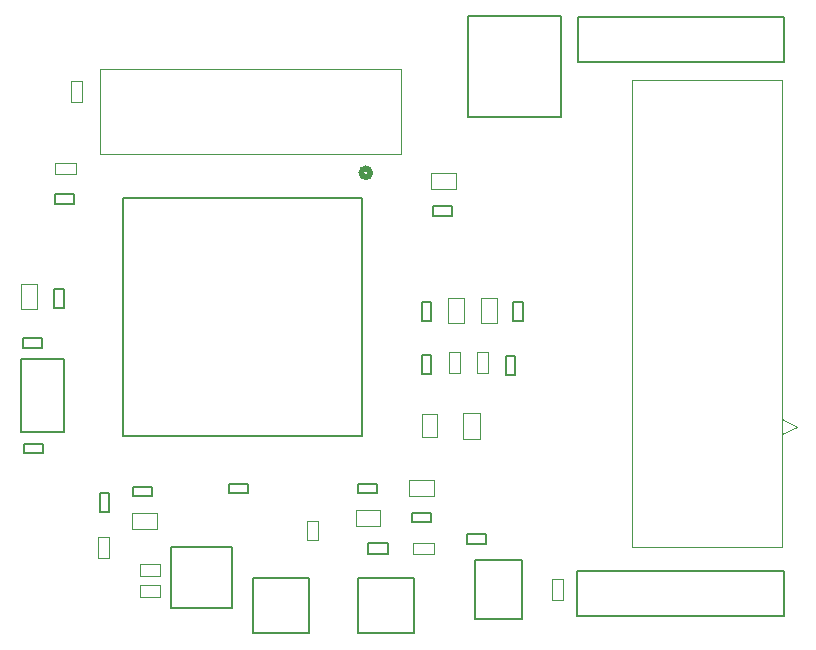
<source format=gbr>
G04*
G04 #@! TF.GenerationSoftware,Altium Limited,Altium Designer,25.1.2 (22)*
G04*
G04 Layer_Color=16711935*
%FSLAX25Y25*%
%MOIN*%
G70*
G04*
G04 #@! TF.SameCoordinates,306FC79E-9B49-4897-B38B-A4FC230E2DB4*
G04*
G04*
G04 #@! TF.FilePolarity,Positive*
G04*
G01*
G75*
%ADD10C,0.02000*%
%ADD14C,0.00787*%
%ADD81C,0.00394*%
%ADD84C,0.00100*%
D10*
X520796Y424797D02*
G03*
X520796Y424797I-1500J0D01*
G01*
D14*
X438445Y336918D02*
Y416446D01*
Y336918D02*
X517972D01*
Y416446D01*
X438445D02*
X517972D01*
X553295Y443438D02*
X584240D01*
X553295D02*
Y476902D01*
X584240D01*
Y443438D02*
Y476902D01*
X555665Y276157D02*
Y295843D01*
Y276157D02*
X571335D01*
Y295843D01*
X555665D02*
X571335D01*
X589945Y461701D02*
X658843D01*
X589945D02*
Y476661D01*
X658843D01*
Y461701D02*
Y476661D01*
X454250Y279842D02*
Y300157D01*
Y279842D02*
X474750D01*
Y300157D01*
X454250D02*
X474750D01*
X658685Y277201D02*
Y292161D01*
X589787D02*
X658685D01*
X589787Y277201D02*
Y292161D01*
Y277201D02*
X658685Y277201D01*
X553143Y301217D02*
Y304366D01*
Y301217D02*
X559442D01*
Y304366D01*
X553143D02*
X559442D01*
X516551Y271280D02*
Y289784D01*
Y271280D02*
X535449D01*
Y289784D01*
X516551D02*
X535449D01*
X481551Y271280D02*
Y289784D01*
Y271280D02*
X500449D01*
Y289784D01*
X481551D02*
X500449D01*
X540991Y308236D02*
Y311385D01*
X534692D02*
X540991D01*
X534692Y308236D02*
Y311385D01*
Y308236D02*
X540991D01*
X520154Y301272D02*
X526847D01*
Y297728D02*
Y301272D01*
X520154Y297728D02*
X526847D01*
X520154D02*
Y301272D01*
X569075Y357350D02*
Y363650D01*
X565925Y357350D02*
X569075D01*
X565925D02*
Y363650D01*
X569075D01*
X541075Y357850D02*
Y364150D01*
X537925Y357850D02*
X541075D01*
X537925D02*
Y364150D01*
X541075D01*
X541850Y413575D02*
X548150D01*
Y410425D02*
Y413575D01*
X541850Y410425D02*
X548150D01*
X541850D02*
Y413575D01*
X415850Y414425D02*
X422150D01*
X415850D02*
Y417575D01*
X422150D01*
Y414425D02*
Y417575D01*
X433698Y311836D02*
Y318136D01*
X430549Y311836D02*
X433698D01*
X430549D02*
Y318136D01*
X433698D01*
X405333Y331366D02*
X411632D01*
X405333D02*
Y334516D01*
X411632D01*
Y331366D02*
Y334516D01*
X404988Y366484D02*
X411287D01*
X404988D02*
Y369634D01*
X411287D01*
Y366484D02*
Y369634D01*
X441850Y316925D02*
X448150D01*
X441850D02*
Y320075D01*
X448150D01*
Y316925D02*
Y320075D01*
X473850Y321075D02*
X480150D01*
Y317925D02*
Y321075D01*
X473850Y317925D02*
X480150D01*
X473850D02*
Y321075D01*
X516672D02*
X522971D01*
Y317925D02*
Y321075D01*
X516672Y317925D02*
X522971D01*
X516672D02*
Y321075D01*
X568532Y375463D02*
Y381762D01*
X571682D01*
Y375463D02*
Y381762D01*
X568532Y375463D02*
X571682D01*
X415425Y379850D02*
Y386150D01*
X418575D01*
Y379850D02*
Y386150D01*
X415425Y379850D02*
X418575D01*
X537925Y375350D02*
Y381650D01*
X541075D01*
Y375350D02*
Y381650D01*
X537925Y375350D02*
X541075D01*
X404247Y338295D02*
Y362705D01*
X418814D01*
Y338295D02*
Y362705D01*
X404247Y338295D02*
X418814D01*
D81*
X424870Y448555D02*
Y455445D01*
X421130Y448555D02*
Y455445D01*
X424870D01*
X421130Y448555D02*
X424870D01*
X557248Y336147D02*
Y344808D01*
X551736Y336147D02*
Y344808D01*
Y336147D02*
X557248D01*
X551736Y344808D02*
X557248D01*
X547125Y358188D02*
X550865D01*
X547125Y365077D02*
X550865D01*
X547125Y358188D02*
Y365077D01*
X550865Y358188D02*
Y365077D01*
X560133Y358051D02*
Y364941D01*
X556392Y358051D02*
Y364941D01*
X560133D01*
X556392Y358051D02*
X560133D01*
X581232Y282555D02*
X584972D01*
X581232Y289445D02*
X584972D01*
X581232Y282555D02*
Y289445D01*
X584972Y282555D02*
Y289445D01*
X450593Y290484D02*
Y294225D01*
X444097Y290484D02*
Y294225D01*
Y290484D02*
X450593D01*
X444097Y294225D02*
X450593D01*
X444097Y283520D02*
Y287260D01*
X450593Y283520D02*
Y287260D01*
X444097Y287260D02*
X450593Y287260D01*
X444097Y283520D02*
X450593Y283520D01*
X430048Y303234D02*
X433788D01*
X430048Y296344D02*
X433788D01*
X433788Y303234D01*
X430048D02*
X430048Y296344D01*
X499630Y302252D02*
X503370D01*
X499630Y308748D02*
X503370D01*
X499630Y302252D02*
Y308748D01*
X503370Y302252D02*
Y308748D01*
X535201Y297630D02*
X542091D01*
X535201Y301370D02*
X542091D01*
Y297630D02*
Y301370D01*
X535201Y297630D02*
Y301370D01*
X515895Y312275D02*
X524163D01*
X515895Y306960D02*
X524163D01*
X515895D02*
Y312275D01*
X524163Y306960D02*
Y312275D01*
X415825Y424299D02*
X422715D01*
X415825Y428039D02*
X422715D01*
Y424299D02*
Y428039D01*
X415825Y424299D02*
Y428039D01*
X546725Y374656D02*
Y382924D01*
X552040Y374656D02*
Y382924D01*
X546725Y374656D02*
X552040D01*
X546725Y382924D02*
X552040D01*
X557567Y374877D02*
Y383145D01*
X562882Y374877D02*
Y383145D01*
X557567Y374877D02*
X562882D01*
X557567Y383145D02*
X562882D01*
X538039Y336563D02*
X542961D01*
X538039Y344437D02*
X542961D01*
Y336563D02*
Y344437D01*
X538039Y336563D02*
Y344437D01*
X549470Y419271D02*
Y424586D01*
X541202Y419271D02*
Y424586D01*
Y419271D02*
X549470D01*
X541202Y424586D02*
X549470D01*
X533797Y322350D02*
X542065D01*
X533797Y317035D02*
X542065D01*
X533797D02*
Y322350D01*
X542065Y317035D02*
Y322350D01*
X441415Y305960D02*
X449683D01*
X441415Y311275D02*
X449683D01*
Y305960D02*
Y311275D01*
X441415Y305960D02*
Y311275D01*
X404460Y379448D02*
Y387715D01*
X409775Y379448D02*
Y387715D01*
X404460Y379448D02*
X409775D01*
X404460Y387715D02*
X409775D01*
D84*
X530984Y431116D02*
Y459316D01*
X430584Y431116D02*
X530984D01*
X430584D02*
Y459316D01*
X530984D01*
X608000Y300110D02*
X658000D01*
X608000D02*
Y455710D01*
X658000D01*
Y300110D02*
Y455710D01*
Y342653D02*
X663000Y340154D01*
X658000Y337653D02*
X663000Y340154D01*
M02*

</source>
